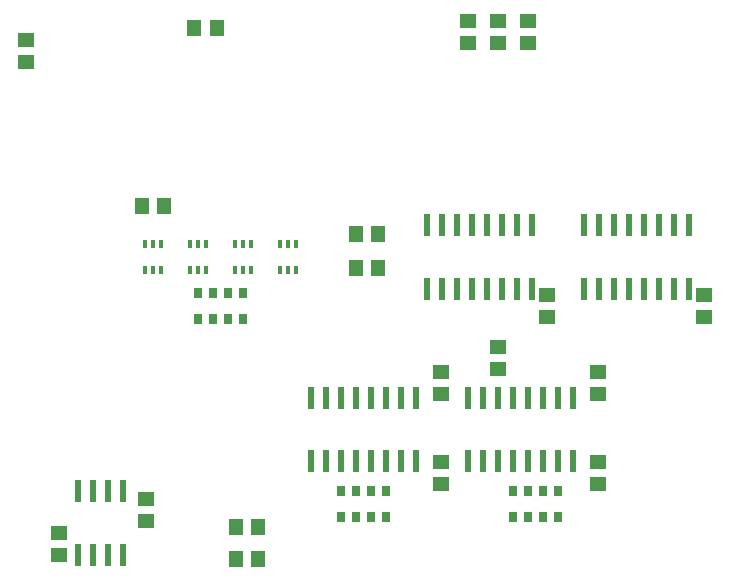
<source format=gbr>
G04 DipTrace 2.4.0.2*
%INTopPaste.gbr*%
%MOIN*%
%ADD47R,0.0295X0.0354*%
%ADD49R,0.0117X0.0314*%
%ADD53R,0.0472X0.0551*%
%ADD55R,0.0196X0.0747*%
%ADD61R,0.0551X0.0472*%
%FSLAX44Y44*%
G04*
G70*
G90*
G75*
G01*
%LNTopPaste*%
%LPD*%
D61*
X5565Y8252D3*
Y7503D3*
X8440Y9377D3*
Y8628D3*
X23533Y9864D3*
Y10612D3*
X18283Y9864D3*
Y10612D3*
X23533Y13612D3*
Y12864D3*
X18283Y13612D3*
Y12864D3*
X27066Y15441D3*
Y16189D3*
X21815Y15440D3*
Y16188D3*
D55*
X17440Y12753D3*
X16940D3*
X16440D3*
X15940D3*
X15440D3*
X14940D3*
X14440D3*
X13940D3*
Y10627D3*
X14440D3*
X14940D3*
X15440D3*
X15940D3*
X16440D3*
X16940D3*
X17440D3*
X22690Y12753D3*
X22190D3*
X21690D3*
X21190D3*
X20690D3*
X20190D3*
X19690D3*
X19190D3*
Y10627D3*
X19690D3*
X20190D3*
X20690D3*
X21190D3*
X21690D3*
X22190D3*
X22690D3*
X7690Y9628D3*
X7190D3*
X6690D3*
X6190D3*
Y7502D3*
X6690D3*
X7190D3*
X7690D3*
X26565Y18503D3*
X26065D3*
X25565D3*
X25065D3*
X24565D3*
X24065D3*
X23565D3*
X23065D3*
Y16377D3*
X23565D3*
X24065D3*
X24565D3*
X25065D3*
X25565D3*
X26065D3*
X26565D3*
X21315Y18503D3*
X20815D3*
X20315D3*
X19815D3*
X19315D3*
X18815D3*
X18315D3*
X17815D3*
Y16377D3*
X18315D3*
X18815D3*
X19315D3*
X19815D3*
X20315D3*
X20815D3*
X21315D3*
D61*
X4440Y23940D3*
Y24688D3*
D53*
X12188Y8438D3*
X11440D3*
X12189Y7376D3*
X11441D3*
D49*
X8946Y17873D3*
X8690D3*
X8434D3*
Y17007D3*
X8690D3*
X8946D3*
X10446Y17873D3*
X10190D3*
X9934D3*
Y17007D3*
X10190D3*
X10446D3*
X11946Y17873D3*
X11690D3*
X11434D3*
Y17007D3*
X11690D3*
X11946D3*
X13446Y17873D3*
X13190D3*
X12934D3*
Y17007D3*
X13190D3*
X13446D3*
D61*
X19190Y24566D3*
Y25314D3*
X20190Y24566D3*
Y25314D3*
X21190Y24566D3*
Y25314D3*
X20190Y14439D3*
Y13691D3*
D47*
X10190Y15377D3*
X10690D3*
X11190D3*
X11690D3*
Y16244D3*
X11190D3*
X10690D3*
X10190D3*
D53*
X10814Y25064D3*
X10066D3*
D47*
X14940Y8757D3*
X15440D3*
X15940D3*
X16440D3*
Y9623D3*
X15940D3*
X15440D3*
X14940D3*
X20690Y8757D3*
X21190D3*
X21690D3*
X22190D3*
Y9623D3*
X21690D3*
X21190D3*
X20690D3*
D53*
X8316Y19127D3*
X9064D3*
X15441Y18190D3*
X16189D3*
X15441Y17065D3*
X16189D3*
M02*

</source>
